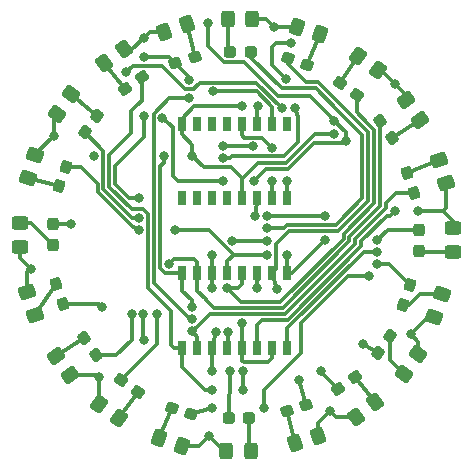
<source format=gbr>
G04 #@! TF.GenerationSoftware,KiCad,Pcbnew,9.0.1*
G04 #@! TF.CreationDate,2025-04-09T17:44:42+02:00*
G04 #@! TF.ProjectId,SMDChaser0805-0603,534d4443-6861-4736-9572-303830352d30,rev?*
G04 #@! TF.SameCoordinates,Original*
G04 #@! TF.FileFunction,Copper,L1,Top*
G04 #@! TF.FilePolarity,Positive*
%FSLAX46Y46*%
G04 Gerber Fmt 4.6, Leading zero omitted, Abs format (unit mm)*
G04 Created by KiCad (PCBNEW 9.0.1) date 2025-04-09 17:44:42*
%MOMM*%
%LPD*%
G01*
G04 APERTURE LIST*
G04 Aperture macros list*
%AMRoundRect*
0 Rectangle with rounded corners*
0 $1 Rounding radius*
0 $2 $3 $4 $5 $6 $7 $8 $9 X,Y pos of 4 corners*
0 Add a 4 corners polygon primitive as box body*
4,1,4,$2,$3,$4,$5,$6,$7,$8,$9,$2,$3,0*
0 Add four circle primitives for the rounded corners*
1,1,$1+$1,$2,$3*
1,1,$1+$1,$4,$5*
1,1,$1+$1,$6,$7*
1,1,$1+$1,$8,$9*
0 Add four rect primitives between the rounded corners*
20,1,$1+$1,$2,$3,$4,$5,0*
20,1,$1+$1,$4,$5,$6,$7,0*
20,1,$1+$1,$6,$7,$8,$9,0*
20,1,$1+$1,$8,$9,$2,$3,0*%
G04 Aperture macros list end*
G04 #@! TA.AperFunction,SMDPad,CuDef*
%ADD10RoundRect,0.250000X0.325000X0.450000X-0.325000X0.450000X-0.325000X-0.450000X0.325000X-0.450000X0*%
G04 #@! TD*
G04 #@! TA.AperFunction,SMDPad,CuDef*
%ADD11RoundRect,0.250000X-0.325000X-0.450000X0.325000X-0.450000X0.325000X0.450000X-0.325000X0.450000X0*%
G04 #@! TD*
G04 #@! TA.AperFunction,SMDPad,CuDef*
%ADD12RoundRect,0.250000X-0.448151X-0.327545X0.170036X-0.528406X0.448151X0.327545X-0.170036X0.528406X0*%
G04 #@! TD*
G04 #@! TA.AperFunction,SMDPad,CuDef*
%ADD13RoundRect,0.250000X0.448151X0.327545X-0.170036X0.528406X-0.448151X-0.327545X0.170036X-0.528406X0*%
G04 #@! TD*
G04 #@! TA.AperFunction,SMDPad,CuDef*
%ADD14RoundRect,0.250000X0.527434X0.173027X0.001573X0.555088X-0.527434X-0.173027X-0.001573X-0.555088X0*%
G04 #@! TD*
G04 #@! TA.AperFunction,SMDPad,CuDef*
%ADD15RoundRect,0.250000X-0.527434X-0.173027X-0.001573X-0.555088X0.527434X0.173027X0.001573X0.555088X0*%
G04 #@! TD*
G04 #@! TA.AperFunction,SMDPad,CuDef*
%ADD16RoundRect,0.250000X-0.555088X-0.001573X-0.173027X-0.527434X0.555088X0.001573X0.173027X0.527434X0*%
G04 #@! TD*
G04 #@! TA.AperFunction,SMDPad,CuDef*
%ADD17RoundRect,0.250000X0.555088X0.001573X0.173027X0.527434X-0.555088X-0.001573X-0.173027X-0.527434X0*%
G04 #@! TD*
G04 #@! TA.AperFunction,SMDPad,CuDef*
%ADD18RoundRect,0.250000X0.528406X-0.170036X0.327545X0.448151X-0.528406X0.170036X-0.327545X-0.448151X0*%
G04 #@! TD*
G04 #@! TA.AperFunction,SMDPad,CuDef*
%ADD19RoundRect,0.250000X-0.528406X0.170036X-0.327545X-0.448151X0.528406X-0.170036X0.327545X0.448151X0*%
G04 #@! TD*
G04 #@! TA.AperFunction,SMDPad,CuDef*
%ADD20RoundRect,0.250000X-0.450000X0.325000X-0.450000X-0.325000X0.450000X-0.325000X0.450000X0.325000X0*%
G04 #@! TD*
G04 #@! TA.AperFunction,SMDPad,CuDef*
%ADD21RoundRect,0.250000X0.450000X-0.325000X0.450000X0.325000X-0.450000X0.325000X-0.450000X-0.325000X0*%
G04 #@! TD*
G04 #@! TA.AperFunction,SMDPad,CuDef*
%ADD22RoundRect,0.250000X0.327545X-0.448151X0.528406X0.170036X-0.327545X0.448151X-0.528406X-0.170036X0*%
G04 #@! TD*
G04 #@! TA.AperFunction,SMDPad,CuDef*
%ADD23RoundRect,0.250000X-0.327545X0.448151X-0.528406X-0.170036X0.327545X-0.448151X0.528406X0.170036X0*%
G04 #@! TD*
G04 #@! TA.AperFunction,SMDPad,CuDef*
%ADD24RoundRect,0.250000X-0.173027X0.527434X-0.555088X0.001573X0.173027X-0.527434X0.555088X-0.001573X0*%
G04 #@! TD*
G04 #@! TA.AperFunction,SMDPad,CuDef*
%ADD25RoundRect,0.250000X0.173027X-0.527434X0.555088X-0.001573X-0.173027X0.527434X-0.555088X0.001573X0*%
G04 #@! TD*
G04 #@! TA.AperFunction,SMDPad,CuDef*
%ADD26RoundRect,0.250000X0.001573X-0.555088X0.527434X-0.173027X-0.001573X0.555088X-0.527434X0.173027X0*%
G04 #@! TD*
G04 #@! TA.AperFunction,SMDPad,CuDef*
%ADD27RoundRect,0.250000X-0.001573X0.555088X-0.527434X0.173027X0.001573X-0.555088X0.527434X-0.173027X0*%
G04 #@! TD*
G04 #@! TA.AperFunction,SMDPad,CuDef*
%ADD28RoundRect,0.250000X0.170036X0.528406X-0.448151X0.327545X-0.170036X-0.528406X0.448151X-0.327545X0*%
G04 #@! TD*
G04 #@! TA.AperFunction,SMDPad,CuDef*
%ADD29RoundRect,0.250000X-0.170036X-0.528406X0.448151X-0.327545X0.170036X0.528406X-0.448151X0.327545X0*%
G04 #@! TD*
G04 #@! TA.AperFunction,SMDPad,CuDef*
%ADD30R,0.800000X1.300000*%
G04 #@! TD*
G04 #@! TA.AperFunction,SMDPad,CuDef*
%ADD31RoundRect,0.237500X0.287500X0.237500X-0.287500X0.237500X-0.287500X-0.237500X0.287500X-0.237500X0*%
G04 #@! TD*
G04 #@! TA.AperFunction,SMDPad,CuDef*
%ADD32RoundRect,0.237500X-0.346820X-0.137034X0.200037X-0.314718X0.346820X0.137034X-0.200037X0.314718X0*%
G04 #@! TD*
G04 #@! TA.AperFunction,SMDPad,CuDef*
%ADD33RoundRect,0.237500X0.372191X0.023153X-0.092993X0.361130X-0.372191X-0.023153X0.092993X-0.361130X0*%
G04 #@! TD*
G04 #@! TA.AperFunction,SMDPad,CuDef*
%ADD34RoundRect,0.237500X-0.361130X0.092993X-0.023153X-0.372191X0.361130X-0.092993X0.023153X0.372191X0*%
G04 #@! TD*
G04 #@! TA.AperFunction,SMDPad,CuDef*
%ADD35RoundRect,0.237500X0.314718X-0.200037X0.137034X0.346820X-0.314718X0.200037X-0.137034X-0.346820X0*%
G04 #@! TD*
G04 #@! TA.AperFunction,SMDPad,CuDef*
%ADD36RoundRect,0.237500X-0.237500X0.287500X-0.237500X-0.287500X0.237500X-0.287500X0.237500X0.287500X0*%
G04 #@! TD*
G04 #@! TA.AperFunction,SMDPad,CuDef*
%ADD37RoundRect,0.237500X-0.137034X0.346820X-0.314718X-0.200037X0.137034X-0.346820X0.314718X0.200037X0*%
G04 #@! TD*
G04 #@! TA.AperFunction,SMDPad,CuDef*
%ADD38RoundRect,0.237500X0.023153X-0.372191X0.361130X0.092993X-0.023153X0.372191X-0.361130X-0.092993X0*%
G04 #@! TD*
G04 #@! TA.AperFunction,SMDPad,CuDef*
%ADD39RoundRect,0.237500X-0.287500X-0.237500X0.287500X-0.237500X0.287500X0.237500X-0.287500X0.237500X0*%
G04 #@! TD*
G04 #@! TA.AperFunction,SMDPad,CuDef*
%ADD40RoundRect,0.237500X0.346820X0.137034X-0.200037X0.314718X-0.346820X-0.137034X0.200037X-0.314718X0*%
G04 #@! TD*
G04 #@! TA.AperFunction,SMDPad,CuDef*
%ADD41RoundRect,0.237500X-0.372191X-0.023153X0.092993X-0.361130X0.372191X0.023153X-0.092993X0.361130X0*%
G04 #@! TD*
G04 #@! TA.AperFunction,SMDPad,CuDef*
%ADD42RoundRect,0.237500X0.361130X-0.092993X0.023153X0.372191X-0.361130X0.092993X-0.023153X-0.372191X0*%
G04 #@! TD*
G04 #@! TA.AperFunction,SMDPad,CuDef*
%ADD43RoundRect,0.237500X0.092993X0.361130X-0.372191X0.023153X-0.092993X-0.361130X0.372191X-0.023153X0*%
G04 #@! TD*
G04 #@! TA.AperFunction,SMDPad,CuDef*
%ADD44RoundRect,0.237500X-0.200037X-0.314718X0.346820X-0.137034X0.200037X0.314718X-0.346820X0.137034X0*%
G04 #@! TD*
G04 #@! TA.AperFunction,SMDPad,CuDef*
%ADD45RoundRect,0.237500X-0.092993X-0.361130X0.372191X-0.023153X0.092993X0.361130X-0.372191X0.023153X0*%
G04 #@! TD*
G04 #@! TA.AperFunction,SMDPad,CuDef*
%ADD46RoundRect,0.237500X0.200037X0.314718X-0.346820X0.137034X-0.200037X-0.314718X0.346820X-0.137034X0*%
G04 #@! TD*
G04 #@! TA.AperFunction,ViaPad*
%ADD47C,0.800000*%
G04 #@! TD*
G04 #@! TA.AperFunction,Conductor*
%ADD48C,0.300000*%
G04 #@! TD*
G04 APERTURE END LIST*
D10*
X72312580Y-72446860D03*
X70262580Y-72446860D03*
D11*
X70099700Y-109070780D03*
X72149700Y-109070780D03*
D12*
X76040067Y-73102878D03*
X77989733Y-73736362D03*
D13*
X66361253Y-108588162D03*
X64411587Y-107954678D03*
D14*
X82934022Y-76752820D03*
X81275538Y-75547860D03*
D15*
X59351936Y-105071820D03*
X61010420Y-106276780D03*
D16*
X85325620Y-79326338D03*
X86530580Y-80984822D03*
D17*
X56875800Y-102630542D03*
X55670840Y-100972058D03*
D18*
X88722002Y-86338653D03*
X88088518Y-84388987D03*
D19*
X53227438Y-95539387D03*
X53860922Y-97489053D03*
D20*
X89271380Y-90148300D03*
X89271380Y-92198300D03*
D21*
X52587780Y-91741740D03*
X52587780Y-89691740D03*
D22*
X87713878Y-97665173D03*
X88347362Y-95715507D03*
D23*
X53901162Y-83926107D03*
X53267678Y-85875773D03*
D24*
X86345940Y-100852618D03*
X85140980Y-102511102D03*
D25*
X55735020Y-80481102D03*
X56939980Y-78822618D03*
D26*
X81056218Y-106121940D03*
X82714702Y-104916980D03*
D27*
X61412060Y-75004300D03*
X59753576Y-76209260D03*
D28*
X77859900Y-107719580D03*
X75910234Y-108353064D03*
D29*
X64789074Y-73545144D03*
X66738740Y-72911660D03*
D30*
X75260000Y-93967700D03*
X73980000Y-93967700D03*
X72720000Y-93967700D03*
X71450000Y-93967700D03*
X70170000Y-93967700D03*
X68900000Y-93967700D03*
X67640000Y-93967700D03*
X66360000Y-93967700D03*
X66360000Y-100267700D03*
X67640000Y-100267700D03*
X68900000Y-100267700D03*
X70170000Y-100267700D03*
X71450000Y-100267700D03*
X72720000Y-100267700D03*
X73980000Y-100267700D03*
X75260000Y-100267700D03*
X75211740Y-81323580D03*
X73931740Y-81323580D03*
X72671740Y-81323580D03*
X71401740Y-81323580D03*
X70121740Y-81323580D03*
X68851740Y-81323580D03*
X67591740Y-81323580D03*
X66311740Y-81323580D03*
X66311740Y-87623580D03*
X67591740Y-87623580D03*
X68851740Y-87623580D03*
X70121740Y-87623580D03*
X71401740Y-87623580D03*
X72671740Y-87623580D03*
X73931740Y-87623580D03*
X75211740Y-87623580D03*
D31*
X72185260Y-75261340D03*
X70435260Y-75261340D03*
D32*
X75298086Y-75790950D03*
X76962434Y-76331730D03*
D33*
X81128150Y-78925652D03*
X79712370Y-77897028D03*
D34*
X83125948Y-81123450D03*
X84154572Y-82539230D03*
D35*
X85950650Y-87143514D03*
X85409870Y-85479166D03*
D36*
X86400260Y-90306340D03*
X86400260Y-92056340D03*
D37*
X85610650Y-94969166D03*
X85069870Y-96633514D03*
D38*
X82945948Y-100744230D03*
X83974572Y-99328450D03*
D39*
X70295260Y-106271340D03*
X72045260Y-106271340D03*
D40*
X67142434Y-105901730D03*
X65478086Y-105360950D03*
D41*
X61212370Y-102987028D03*
X62628150Y-104015652D03*
D42*
X59064572Y-100899230D03*
X58035948Y-99483450D03*
D35*
X56248180Y-96569060D03*
X55707400Y-94904712D03*
D36*
X55430260Y-89836340D03*
X55430260Y-91586340D03*
D37*
X56490650Y-84969166D03*
X55949870Y-86633514D03*
D38*
X58095948Y-82039230D03*
X59124572Y-80623450D03*
D43*
X62948150Y-77387028D03*
X61532370Y-78415652D03*
D44*
X65768086Y-76181730D03*
X67432434Y-75640950D03*
D45*
X79550890Y-103759852D03*
X80966670Y-102731228D03*
D46*
X76867434Y-105105950D03*
X75203086Y-105646730D03*
D47*
X58922800Y-84049400D03*
X71419600Y-79858400D03*
X67195580Y-84016380D03*
X67177800Y-96851000D03*
X71419600Y-98171800D03*
X64782580Y-84046860D03*
X79232640Y-82169800D03*
X78455400Y-89104000D03*
X73578600Y-89104000D03*
X75204200Y-86208400D03*
X69844800Y-83236600D03*
X82872460Y-92187560D03*
X72334000Y-83236600D03*
X74797800Y-80020960D03*
X61615200Y-76945020D03*
X63113800Y-75642000D03*
X69209800Y-98959200D03*
X66972060Y-77633360D03*
X67177800Y-97867000D03*
X76273540Y-103043520D03*
X66974600Y-79147200D03*
X68884680Y-102261200D03*
X74388860Y-95271120D03*
X68905000Y-105360000D03*
X82180740Y-94244260D03*
X73304280Y-105352380D03*
X64231400Y-97409800D03*
X70175000Y-95250800D03*
X65247400Y-93178160D03*
X62072400Y-97409800D03*
X67177800Y-98883000D03*
X59600000Y-96825000D03*
X78455400Y-91161400D03*
X82882620Y-91171560D03*
X75255000Y-92431400D03*
X56926360Y-89835520D03*
X73578600Y-91212200D03*
X70609340Y-91222360D03*
X62697240Y-90300340D03*
X82885160Y-93198480D03*
X65760480Y-90318120D03*
X73578600Y-92431400D03*
X81706600Y-99982820D03*
X68905000Y-95208307D03*
X68905000Y-92431400D03*
X62692160Y-89284340D03*
X63090940Y-99645000D03*
X63078240Y-97414880D03*
X78145520Y-102271360D03*
X68879600Y-103836000D03*
X71478020Y-102271360D03*
X71467860Y-103846160D03*
X84353280Y-88743320D03*
X70251200Y-98984600D03*
X72537200Y-89104000D03*
X73578600Y-90120000D03*
X72720080Y-95255880D03*
X70378200Y-102261200D03*
X64688600Y-80849000D03*
X75890000Y-80010800D03*
X69844800Y-86208400D03*
X69844800Y-84252600D03*
X84399000Y-77928000D03*
X74150100Y-73162960D03*
X86286220Y-88740780D03*
X78899900Y-105614000D03*
X85691860Y-99142080D03*
X53527840Y-93594720D03*
X55481100Y-82332360D03*
X59324120Y-102804760D03*
X63113800Y-74041800D03*
X68615440Y-107785700D03*
X73959600Y-83338200D03*
X73965325Y-86208400D03*
X68981200Y-78588399D03*
X75178800Y-77521600D03*
X72816600Y-79858400D03*
X75603523Y-74508482D03*
X62682000Y-87630800D03*
X80241769Y-82774662D03*
X72428601Y-86208400D03*
X63088400Y-80645800D03*
X68549400Y-72822600D03*
X79242800Y-81052200D03*
D48*
X64476609Y-84918516D02*
X64782580Y-84612545D01*
X71536520Y-85888280D02*
X72783249Y-84641551D01*
X71450000Y-101379740D02*
X71577080Y-101506820D01*
X71419600Y-79858400D02*
X67376918Y-79858400D01*
X71401740Y-87623580D02*
X71401740Y-86673580D01*
X71419600Y-98171800D02*
X71450000Y-100267700D01*
X66311740Y-81323580D02*
X66311740Y-82223580D01*
X71450000Y-100267700D02*
X71450000Y-101379740D01*
X64476609Y-93554859D02*
X64476609Y-84918516D01*
X71401740Y-85888280D02*
X71401740Y-87623580D01*
X72783249Y-84641551D02*
X75126151Y-84641551D01*
X66311740Y-80923578D02*
X66311740Y-81323580D01*
X77597902Y-82169800D02*
X79232640Y-82169800D01*
X66360000Y-95467515D02*
X66360000Y-94917700D01*
X67195580Y-84016380D02*
X68181801Y-85002601D01*
X66360000Y-94917700D02*
X66360000Y-93967700D01*
X68181801Y-85002601D02*
X70516061Y-85002601D01*
X64476609Y-93554859D02*
X64889450Y-93967700D01*
X71432300Y-87593020D02*
X71401740Y-87623580D01*
X70516061Y-85002601D02*
X71401740Y-85888280D01*
X71577080Y-101506820D02*
X73640880Y-101506820D01*
X67376918Y-79858400D02*
X66311740Y-80923578D01*
X66311740Y-82223580D02*
X67195580Y-83107420D01*
X67177800Y-96285315D02*
X66360000Y-95467515D01*
X67195580Y-83107420D02*
X67195580Y-84016380D01*
X73980000Y-101167700D02*
X73980000Y-100267700D01*
X75126151Y-84641551D02*
X77597902Y-82169800D01*
X64889450Y-93967700D02*
X66360000Y-93967700D01*
X73640880Y-101506820D02*
X73980000Y-101167700D01*
X67177800Y-96851000D02*
X67177800Y-96285315D01*
X64782580Y-84612545D02*
X64782580Y-84046860D01*
X71401740Y-85888280D02*
X71536520Y-85888280D01*
X78455400Y-89104000D02*
X73578600Y-89104000D01*
X75204200Y-86208400D02*
X75211740Y-87623580D01*
X75260000Y-98655480D02*
X81727920Y-92187560D01*
X81727920Y-92187560D02*
X82872460Y-92187560D01*
X69844800Y-83236600D02*
X72334000Y-83236600D01*
X75260000Y-100267700D02*
X75260000Y-98655480D01*
X67859221Y-77838399D02*
X67314259Y-78383361D01*
X64637800Y-76404000D02*
X62156220Y-76404000D01*
X62156220Y-76404000D02*
X61615200Y-76945020D01*
X66612059Y-78383361D02*
X64637800Y-76404000D01*
X72615239Y-77838399D02*
X67859221Y-77838399D01*
X67332061Y-78383361D02*
X66612059Y-78383361D01*
X74797800Y-80020960D02*
X72615239Y-77838399D01*
X70262580Y-75088660D02*
X70435260Y-75261340D01*
X70262580Y-72446860D02*
X70262580Y-75088660D01*
X77989733Y-73736362D02*
X76962434Y-76331730D01*
X81275538Y-75547860D02*
X79712370Y-77897028D01*
X86530580Y-80984822D02*
X84154572Y-82539230D01*
X88088518Y-84388987D02*
X85409870Y-85479166D01*
X86542220Y-92198300D02*
X86400260Y-92056340D01*
X89271380Y-92198300D02*
X86542220Y-92198300D01*
X85069870Y-96633514D02*
X85569314Y-96633514D01*
X87611339Y-95715507D02*
X88347362Y-95715507D01*
X85569314Y-96633514D02*
X86487321Y-95715507D01*
X86487321Y-95715507D02*
X87611339Y-95715507D01*
X85140980Y-102511102D02*
X83974572Y-101344694D01*
X83974572Y-101344694D02*
X83974572Y-99328450D01*
X83965362Y-99337660D02*
X83974572Y-99328450D01*
X80966670Y-102731228D02*
X82714702Y-104916980D01*
X75203086Y-105646730D02*
X75910234Y-108353064D01*
X72045260Y-106271340D02*
X72045260Y-108966340D01*
X72045260Y-108966340D02*
X72149700Y-109070780D01*
X65478086Y-105360950D02*
X64411587Y-107954678D01*
X62628150Y-104015652D02*
X61010420Y-106276780D01*
X58035948Y-99483450D02*
X55670840Y-100972058D01*
X55707400Y-94904712D02*
X53860922Y-97489053D01*
X55522460Y-91494140D02*
X55430260Y-91586340D01*
X52587780Y-89691740D02*
X53535660Y-89691740D01*
X53535660Y-89691740D02*
X55430260Y-91586340D01*
X53267678Y-85875773D02*
X55949870Y-86633514D01*
X56939980Y-78822618D02*
X59124572Y-80623450D01*
X59753576Y-76209260D02*
X61532370Y-78415652D01*
X66738740Y-72911660D02*
X67432434Y-75640950D01*
X68884680Y-100283020D02*
X68900000Y-100267700D01*
X67177800Y-97867000D02*
X67058398Y-97867000D01*
X69209800Y-98959200D02*
X68900000Y-100267700D01*
X67058398Y-97867000D02*
X63976599Y-94785201D01*
X65228356Y-75642000D02*
X63113800Y-75642000D01*
X66972060Y-77633360D02*
X66972060Y-77385704D01*
X63938599Y-82158001D02*
X63938599Y-80488999D01*
X63938599Y-80488999D02*
X65280398Y-79147200D01*
X66408915Y-79147200D02*
X66974600Y-79147200D01*
X63976599Y-94785201D02*
X63976599Y-82196001D01*
X66972060Y-77385704D02*
X65768086Y-76181730D01*
X65768086Y-76181730D02*
X65768086Y-76429386D01*
X65280398Y-79147200D02*
X66408915Y-79147200D01*
X63976599Y-82196001D02*
X63938599Y-82158001D01*
X76273540Y-103043520D02*
X76867434Y-105105950D01*
X68884680Y-102261200D02*
X68884680Y-100283020D01*
X65768086Y-76181730D02*
X65228356Y-75642000D01*
X81180820Y-81105540D02*
X81180820Y-81111393D01*
X82180740Y-94244260D02*
X80378340Y-94244260D01*
X81180820Y-81111393D02*
X82125928Y-82056501D01*
X80378340Y-94244260D02*
X76438640Y-98183960D01*
X82125928Y-87851070D02*
X79580839Y-90396159D01*
X75298086Y-76290394D02*
X76831922Y-77824230D01*
X73301740Y-105271835D02*
X73304280Y-105352380D01*
X75433479Y-90396159D02*
X74328601Y-91501037D01*
X77899510Y-77824230D02*
X77899512Y-77824232D01*
X76438640Y-100769062D02*
X73304280Y-103903422D01*
X74328601Y-93619099D02*
X73980000Y-93967700D01*
X75436041Y-90396159D02*
X75458200Y-90396159D01*
X74388860Y-95271120D02*
X73980000Y-93967700D01*
X73304280Y-103903422D02*
X73304280Y-105352380D01*
X68905000Y-105360000D02*
X67142434Y-105901730D01*
X75298086Y-75790950D02*
X75298086Y-76290394D01*
X82125928Y-82056501D02*
X82125928Y-87851070D01*
X76438640Y-98183960D02*
X76438640Y-100769062D01*
X74328601Y-91501037D02*
X74328601Y-93619099D01*
X77867981Y-90396159D02*
X77459019Y-90396159D01*
X75298086Y-75790950D02*
X75298086Y-75981068D01*
X77459019Y-90396159D02*
X75433479Y-90396159D01*
X79580839Y-90396159D02*
X77459019Y-90396159D01*
X76831922Y-77824230D02*
X77899510Y-77824230D01*
X80628142Y-80552862D02*
X77899510Y-77824230D01*
X81180820Y-81105540D02*
X80628142Y-80552862D01*
X81128150Y-78925652D02*
X81128150Y-80345750D01*
X82024100Y-81247553D02*
X82625938Y-81849391D01*
X80020778Y-90663340D02*
X80020778Y-91066222D01*
X64221240Y-99978158D02*
X61212370Y-102987028D01*
X82024100Y-81241700D02*
X82024100Y-81247553D01*
X82625938Y-81849391D02*
X82625938Y-88058180D01*
X81128150Y-80345750D02*
X82024100Y-81241700D01*
X71335819Y-96411619D02*
X70175000Y-95250800D01*
X64231400Y-97409800D02*
X64221240Y-99978158D01*
X71450000Y-93967700D02*
X71450000Y-94917700D01*
X74675381Y-96411619D02*
X71335819Y-96411619D01*
X80020778Y-91066222D02*
X74675381Y-96411619D01*
X71116900Y-95250800D02*
X70740685Y-95250800D01*
X82625938Y-88058180D02*
X80020778Y-90663340D01*
X71450000Y-94917700D02*
X71116900Y-95250800D01*
X70740685Y-95250800D02*
X70175000Y-95250800D01*
X59064572Y-100899230D02*
X60767370Y-100899230D01*
X74882491Y-96911629D02*
X80520788Y-91273332D01*
X62072400Y-99594200D02*
X62072400Y-97409800D01*
X68399331Y-96218331D02*
X69092629Y-96911629D01*
X60767370Y-100899230D02*
X62072400Y-99594200D01*
X65647399Y-92778161D02*
X65247400Y-93178160D01*
X67640000Y-93967700D02*
X67640000Y-93017700D01*
X80520788Y-91273332D02*
X80520788Y-90870450D01*
X83125948Y-88265290D02*
X83125948Y-81123450D01*
X69092629Y-96911629D02*
X74882491Y-96911629D01*
X68399331Y-96199911D02*
X68399331Y-96218331D01*
X80520788Y-90870450D02*
X83125948Y-88265290D01*
X67640000Y-95440580D02*
X68399331Y-96199911D01*
X67640000Y-93967700D02*
X67640000Y-95440580D01*
X67640000Y-93017700D02*
X67400461Y-92778161D01*
X67400461Y-92778161D02*
X65647399Y-92778161D01*
X67177800Y-98883000D02*
X67443799Y-98617001D01*
X67443799Y-98617001D02*
X67494599Y-98617001D01*
X85950650Y-87143514D02*
X85744726Y-87143514D01*
X68699961Y-97411639D02*
X75089601Y-97411639D01*
X75089601Y-97411639D02*
X81020798Y-91480442D01*
X81020798Y-91077560D02*
X83625958Y-88472400D01*
X59344060Y-96569060D02*
X56248180Y-96569060D01*
X67640000Y-99345200D02*
X67177800Y-98883000D01*
X67640000Y-100267700D02*
X67640000Y-99345200D01*
X81020798Y-91480442D02*
X81020798Y-91077560D01*
X59600000Y-96825000D02*
X59344060Y-96569060D01*
X83625958Y-88011800D02*
X84494244Y-87143514D01*
X83625958Y-88472400D02*
X83625958Y-88011800D01*
X84494244Y-87143514D02*
X85950650Y-87143514D01*
X67494599Y-98617001D02*
X68699961Y-97411639D01*
X75255000Y-92431400D02*
X75260000Y-92528000D01*
X75260000Y-92528000D02*
X75260000Y-93967700D01*
X70619500Y-91212200D02*
X70609340Y-91222360D01*
X75649100Y-93967700D02*
X75260000Y-93967700D01*
X55285660Y-89691740D02*
X55430260Y-89836340D01*
X56925540Y-89836340D02*
X56926360Y-89835520D01*
X82882620Y-91171560D02*
X83747840Y-90306340D01*
X78455400Y-91161400D02*
X75649100Y-93967700D01*
X83747840Y-90306340D02*
X86400260Y-90306340D01*
X55430260Y-89836340D02*
X56925540Y-89836340D01*
X73578600Y-91212200D02*
X70619500Y-91212200D01*
X65760480Y-90318120D02*
X68595098Y-90318120D01*
X57783366Y-84969166D02*
X56490650Y-84969166D01*
X70170000Y-92969778D02*
X70170000Y-93967700D01*
X70708378Y-92431400D02*
X70170000Y-92969778D01*
X68595098Y-90318120D02*
X70708378Y-92431400D01*
X59197860Y-87062845D02*
X59197860Y-86383660D01*
X62697240Y-90300340D02*
X62126475Y-89991460D01*
X83839964Y-93198480D02*
X85610650Y-94969166D01*
X82885160Y-93198480D02*
X83839964Y-93198480D01*
X62126475Y-89991460D02*
X59197860Y-87062845D01*
X59197860Y-86383660D02*
X57783366Y-84969166D01*
X70708378Y-92431400D02*
X73578600Y-92431400D01*
X59697870Y-83641152D02*
X58095948Y-82039230D01*
X63078240Y-99632300D02*
X63090940Y-99645000D01*
X68900000Y-95102394D02*
X68905000Y-95208307D01*
X68905000Y-95208307D02*
X68905000Y-93972700D01*
X68905000Y-92431400D02*
X68905000Y-93962700D01*
X59697870Y-83641152D02*
X59697870Y-86855735D01*
X62126475Y-89284340D02*
X62692160Y-89284340D01*
X81706600Y-99982820D02*
X82945948Y-100744230D01*
X68905000Y-93972700D02*
X68900000Y-93967700D01*
X59697870Y-86855735D02*
X62126475Y-89284340D01*
X63078240Y-97414880D02*
X63078240Y-99632300D01*
X68905000Y-93962700D02*
X68900000Y-93967700D01*
X66324360Y-100303340D02*
X66360000Y-100267700D01*
X65660000Y-100267700D02*
X66360000Y-100267700D01*
X78145520Y-102271360D02*
X78145520Y-102354482D01*
X60197880Y-83950340D02*
X60197880Y-85078100D01*
X62054289Y-82093931D02*
X60197880Y-83950340D01*
X65425200Y-97166822D02*
X65425200Y-100032900D01*
X66360000Y-101882085D02*
X66360000Y-101217700D01*
X63456700Y-88938878D02*
X63456700Y-89510400D01*
X60197880Y-85078100D02*
X60200455Y-85080675D01*
X62948150Y-79378890D02*
X62562620Y-79764420D01*
X63052161Y-88534339D02*
X63456700Y-88938878D01*
X66360000Y-101217700D02*
X66360000Y-100267700D01*
X68879600Y-103836000D02*
X68313915Y-103836000D01*
X62948150Y-77387028D02*
X62948150Y-79378890D01*
X60200455Y-86426875D02*
X60197880Y-86648625D01*
X62054289Y-80279349D02*
X62054289Y-82093931D01*
X63476589Y-90928896D02*
X63476589Y-95218211D01*
X60197880Y-86648625D02*
X62083594Y-88534339D01*
X62562620Y-79764420D02*
X62562620Y-79771018D01*
X78145520Y-102354482D02*
X79550890Y-103759852D01*
X60200455Y-85080675D02*
X60200455Y-86426875D01*
X62083594Y-88534339D02*
X63052161Y-88534339D01*
X63476591Y-90928894D02*
X63476589Y-90928896D01*
X68313915Y-103836000D02*
X66360000Y-101882085D01*
X63456700Y-89510400D02*
X63476591Y-90928894D01*
X71467860Y-103846160D02*
X71478020Y-102271360D01*
X62562620Y-79771018D02*
X62054289Y-80279349D01*
X63476589Y-95218211D02*
X65425200Y-97166822D01*
X65425200Y-100032900D02*
X65660000Y-100267700D01*
X83953281Y-89143319D02*
X83662159Y-89143319D01*
X81520808Y-91687552D02*
X75288020Y-97920340D01*
X73146800Y-97920340D02*
X72720000Y-98347140D01*
X84353280Y-88743320D02*
X83953281Y-89143319D01*
X81520808Y-91284670D02*
X81520808Y-91687552D01*
X83662159Y-89143319D02*
X81520808Y-91284670D01*
X75288020Y-97920340D02*
X73146800Y-97920340D01*
X72720000Y-98347140D02*
X72720000Y-100267700D01*
X70238859Y-100198841D02*
X70170000Y-100267700D01*
X70251200Y-98984600D02*
X70238859Y-100198841D01*
X72671740Y-88029660D02*
X72671740Y-87623580D01*
X72537200Y-89104000D02*
X72671740Y-88029660D01*
X81625918Y-83957362D02*
X81625918Y-82263611D01*
X81625918Y-82263611D02*
X79484867Y-80122560D01*
X81625918Y-83957362D02*
X81625918Y-83639832D01*
X79354891Y-89896149D02*
X79624148Y-89626892D01*
X73578600Y-90120000D02*
X75002518Y-90120000D01*
X72185260Y-75736340D02*
X72185260Y-75261340D01*
X70378200Y-102261200D02*
X70362960Y-106203640D01*
X70362960Y-106203640D02*
X70295260Y-106271340D01*
X75002518Y-90120000D02*
X75226369Y-89896149D01*
X79642986Y-89626892D02*
X81625918Y-87643960D01*
X72737860Y-93985560D02*
X72720000Y-93967700D01*
X81625918Y-87643960D02*
X81625918Y-83957362D01*
X75226369Y-89896149D02*
X79354891Y-89896149D01*
X74773160Y-78324240D02*
X72185260Y-75736340D01*
X79484867Y-80122560D02*
X79484867Y-80116707D01*
X77692400Y-78324240D02*
X74773160Y-78324240D01*
X79624148Y-89626892D02*
X79642986Y-89626892D01*
X79484867Y-80116707D02*
X77692400Y-78324240D01*
X72185260Y-75736340D02*
X73271260Y-76822340D01*
X72720080Y-95255880D02*
X72737860Y-93985560D01*
X65984000Y-86208400D02*
X69844800Y-86208400D01*
X74972381Y-84088201D02*
X76196019Y-82864563D01*
X76196019Y-82864563D02*
X76194800Y-80722000D01*
X70410485Y-84252600D02*
X70574884Y-84088201D01*
X65561739Y-81562119D02*
X65561739Y-85786139D01*
X76194800Y-80722000D02*
X75890000Y-80010800D01*
X64688600Y-80849000D02*
X65561739Y-81562119D01*
X69844800Y-84252600D02*
X70410485Y-84252600D01*
X70574884Y-84088201D02*
X74972381Y-84088201D01*
X65561739Y-85786139D02*
X65984000Y-86208400D01*
X86924465Y-88740780D02*
X86851905Y-88740780D01*
X73434000Y-72446860D02*
X74150100Y-73162960D01*
X83223820Y-76752820D02*
X84399000Y-77928000D01*
X88438860Y-88740780D02*
X89271380Y-89573300D01*
X74210182Y-73102878D02*
X74150100Y-73162960D01*
X86345940Y-100852618D02*
X86345940Y-99796160D01*
X88722002Y-86338653D02*
X88722002Y-86943243D01*
X85325620Y-78854620D02*
X84399000Y-77928000D01*
X85325620Y-79326338D02*
X85325620Y-78854620D01*
X86286220Y-88740780D02*
X88438860Y-88740780D01*
X76040067Y-73102878D02*
X74210182Y-73102878D01*
X77859900Y-107719580D02*
X77859900Y-106654000D01*
X88722002Y-88457638D02*
X88438860Y-88740780D01*
X86345940Y-99796160D02*
X85691860Y-99142080D01*
X81056218Y-106121940D02*
X79407840Y-106121940D01*
X79407840Y-106121940D02*
X78899900Y-105614000D01*
X82934022Y-76752820D02*
X83223820Y-76752820D01*
X72312580Y-72446860D02*
X73434000Y-72446860D01*
X89271380Y-89573300D02*
X89271380Y-90148300D01*
X88722002Y-86338653D02*
X88722002Y-88457638D01*
X77859900Y-106654000D02*
X78899900Y-105614000D01*
X87713878Y-97665173D02*
X87168767Y-97665173D01*
X87168767Y-97665173D02*
X85691860Y-99142080D01*
X61412060Y-75004300D02*
X62151300Y-75004300D01*
X59351936Y-105071820D02*
X59351936Y-102832576D01*
X56875800Y-102630542D02*
X59149902Y-102630542D01*
X70099700Y-109070780D02*
X69900520Y-109070780D01*
X59351936Y-102832576D02*
X59324120Y-102804760D01*
X66361253Y-108588162D02*
X67812978Y-108588162D01*
X55481100Y-82332360D02*
X55481100Y-80735022D01*
X69900520Y-109070780D02*
X68615440Y-107785700D01*
X55481100Y-80735022D02*
X55735020Y-80481102D01*
X63610456Y-73545144D02*
X63113800Y-74041800D01*
X52587780Y-92654660D02*
X53527840Y-93594720D01*
X62151300Y-75004300D02*
X63113800Y-74041800D01*
X64789074Y-73545144D02*
X63610456Y-73545144D01*
X53227438Y-93895122D02*
X53527840Y-93594720D01*
X52587780Y-91741740D02*
X52587780Y-92654660D01*
X59149902Y-102630542D02*
X59324120Y-102804760D01*
X53901162Y-83926107D02*
X53901162Y-83912298D01*
X53901162Y-83912298D02*
X55481100Y-82332360D01*
X67812978Y-108588162D02*
X68615440Y-107785700D01*
X53227438Y-95539387D02*
X53227438Y-93895122D01*
X73965325Y-86208400D02*
X73965325Y-87589995D01*
X73559601Y-82938201D02*
X73959600Y-83338200D01*
X73107999Y-82486599D02*
X73559601Y-82938201D01*
X71401740Y-81323580D02*
X71401740Y-82273580D01*
X71401740Y-82273580D02*
X71614759Y-82486599D01*
X73965325Y-87589995D02*
X73931740Y-87623580D01*
X71614759Y-82486599D02*
X73107999Y-82486599D01*
X72658119Y-78588399D02*
X68981200Y-78588399D01*
X73931740Y-81323580D02*
X73931740Y-79862020D01*
X73931740Y-81323580D02*
X73931740Y-80965920D01*
X73931740Y-79862020D02*
X72658119Y-78588399D01*
X75603523Y-74508482D02*
X74324682Y-74508482D01*
X73985000Y-76327800D02*
X75178800Y-77521600D01*
X72671740Y-80003260D02*
X72816600Y-79858400D01*
X74324682Y-74508482D02*
X73985000Y-74848164D01*
X73985000Y-74848164D02*
X73985000Y-76327800D01*
X72671740Y-81323580D02*
X72671740Y-80003260D01*
X75333261Y-85141561D02*
X77555021Y-82919801D01*
X78842801Y-80652201D02*
X79242800Y-81052200D01*
X69904404Y-76086350D02*
X68549400Y-74731346D01*
X80096630Y-82919801D02*
X80241769Y-82774662D01*
X79242800Y-81052200D02*
X80241769Y-82051169D01*
X74453360Y-78969400D02*
X71570310Y-76086350D01*
X75333261Y-85141561D02*
X73495440Y-85141561D01*
X61887175Y-87630800D02*
X60700465Y-86444090D01*
X62682000Y-87630800D02*
X61887175Y-87630800D01*
X71570310Y-76086350D02*
X69904404Y-76086350D01*
X74537454Y-78969400D02*
X74453360Y-78969400D01*
X68549400Y-74731346D02*
X68549400Y-72822600D01*
X77555021Y-82919801D02*
X80096630Y-82919801D01*
X60700465Y-84873565D02*
X63088400Y-82485630D01*
X77160000Y-78969400D02*
X78842801Y-80652201D01*
X63088400Y-82485630D02*
X63088400Y-80645800D01*
X60700465Y-86444090D02*
X60700465Y-84873565D01*
X74537454Y-78969400D02*
X77160000Y-78969400D01*
X79242800Y-81052200D02*
X79642799Y-81452199D01*
X80241769Y-82051169D02*
X80241769Y-82774662D01*
X73495440Y-85141561D02*
X72428601Y-86208400D01*
M02*

</source>
